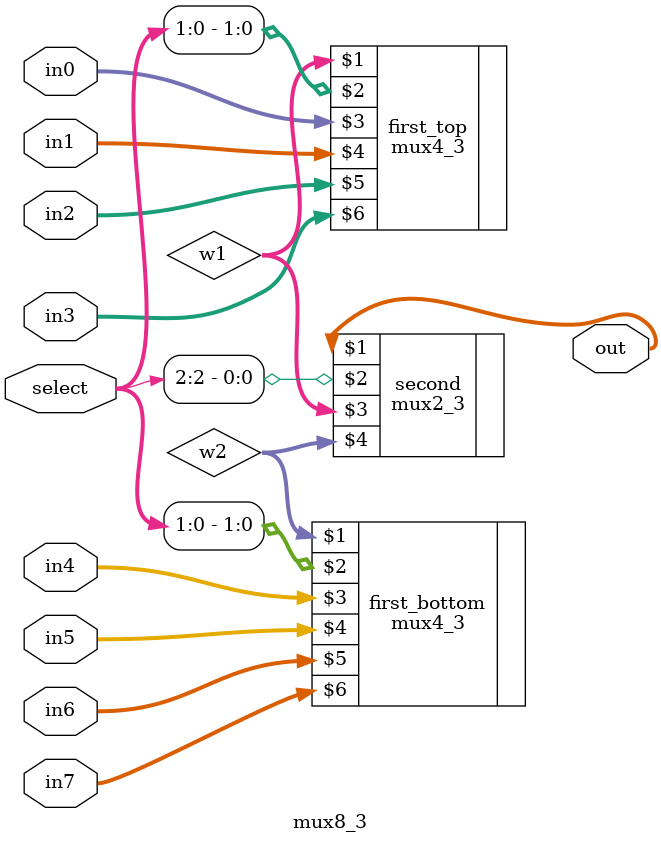
<source format=v>
module mux8_3(out, select, in0, in1, in2, in3, in4, in5, in6, in7);
    input [2:0] select;
    input [2:0] in0, in1, in2, in3, in4, in5, in6, in7;
    output [2:0] out;
    wire [2:0] w1, w2;
    mux4_3 first_top(w1, select[1:0], in0, in1, in2, in3);
    mux4_3 first_bottom(w2, select[1:0], in4, in5, in6, in7);
    mux2_3 second(out, select[2], w1, w2);
endmodule
</source>
